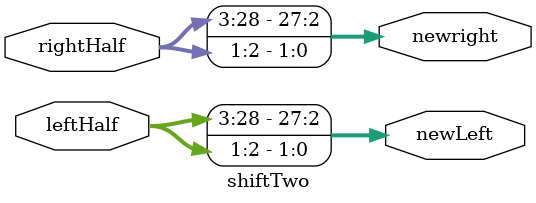
<source format=v>
`timescale 1ns / 1ps

module shiftTwo(input [1:28] leftHalf, input[1:28] rightHalf, 
	         output [1:28] newLeft, output [1:28] newright);

assign newLeft[1] = leftHalf[3];
assign newLeft[2] = leftHalf[4];
assign newLeft[3] = leftHalf[5];
assign newLeft[4] = leftHalf[6];
assign newLeft[5] = leftHalf[7];
assign newLeft[6] = leftHalf[8];
assign newLeft[7] = leftHalf[9];
assign newLeft[8] = leftHalf[10];
assign newLeft[9] = leftHalf[11];
assign newLeft[10] = leftHalf[12];
assign newLeft[11] = leftHalf[13];
assign newLeft[12] = leftHalf[14];
assign newLeft[13] = leftHalf[15];
assign newLeft[14] = leftHalf[16];
assign newLeft[15] = leftHalf[17];
assign newLeft[16] = leftHalf[18];
assign newLeft[17] = leftHalf[19];
assign newLeft[18] = leftHalf[20];
assign newLeft[19] = leftHalf[21];
assign newLeft[20] = leftHalf[22];
assign newLeft[21] = leftHalf[23];
assign newLeft[22] = leftHalf[24];
assign newLeft[23] = leftHalf[25];
assign newLeft[24] = leftHalf[26];
assign newLeft[25] = leftHalf[27];
assign newLeft[26] = leftHalf[28];
assign newLeft[27] = leftHalf[1];
assign newLeft[28] = leftHalf[2];

assign newright[1] = rightHalf[3];
assign newright[2] = rightHalf[4];
assign newright[3] = rightHalf[5];
assign newright[4] = rightHalf[6];
assign newright[5] = rightHalf[7];
assign newright[6] = rightHalf[8];
assign newright[7] = rightHalf[9];
assign newright[8] = rightHalf[10];
assign newright[9] = rightHalf[11];
assign newright[10] = rightHalf[12];
assign newright[11] = rightHalf[13];
assign newright[12] = rightHalf[14];
assign newright[13] = rightHalf[15];
assign newright[14] = rightHalf[16];
assign newright[15] = rightHalf[17];
assign newright[16] = rightHalf[18];
assign newright[17] = rightHalf[19];
assign newright[18] = rightHalf[20];
assign newright[19] = rightHalf[21];
assign newright[20] = rightHalf[22];
assign newright[21] = rightHalf[23];
assign newright[22] = rightHalf[24];
assign newright[23] = rightHalf[25];
assign newright[24] = rightHalf[26];
assign newright[25] = rightHalf[27];
assign newright[26] = rightHalf[28];
assign newright[27] = rightHalf[1];
assign newright[28] = rightHalf[2];



endmodule

</source>
